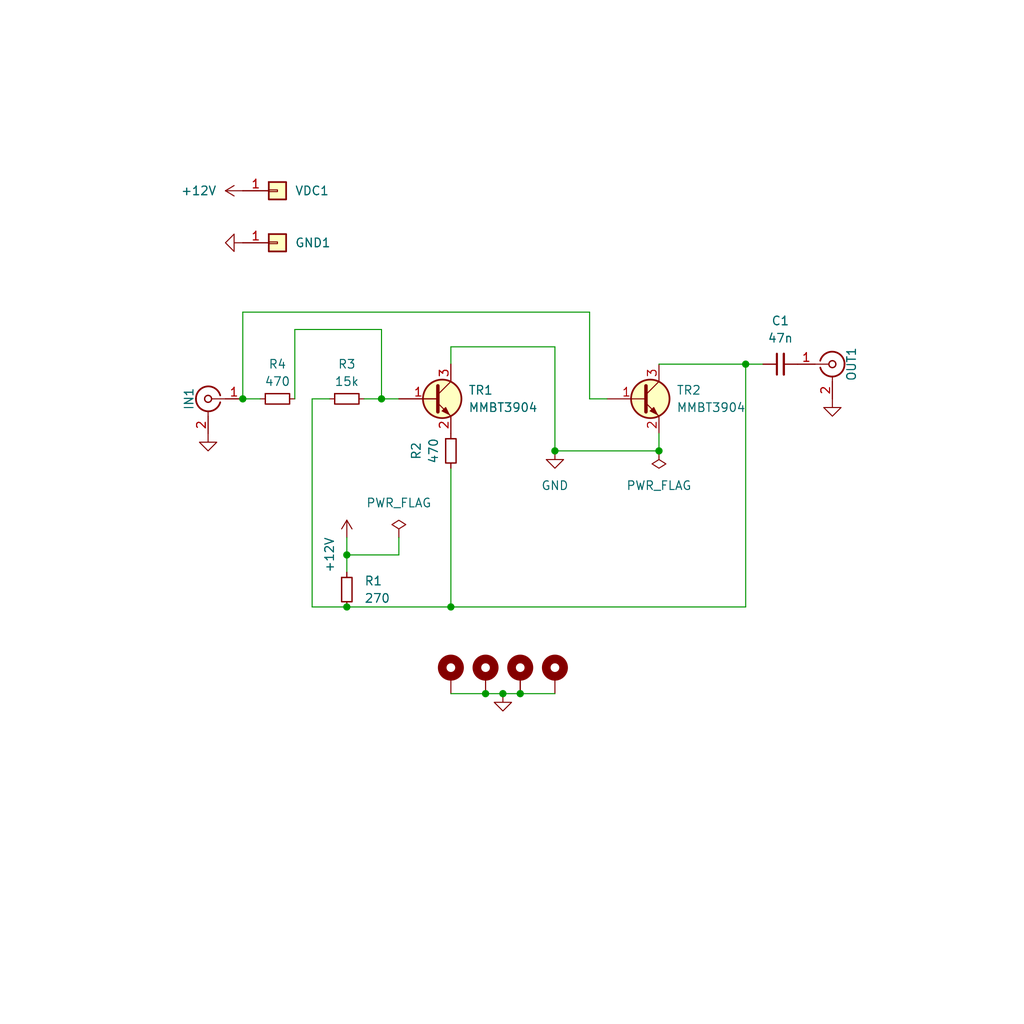
<source format=kicad_sch>
(kicad_sch (version 20230121) (generator eeschema)
  (paper "User" 150.012 150.012)
  (title_block (title "Clean 28 MHz amplified RF source") (date "2023-06-06") (company "Dhiru Kholia (VU3CER)"))
  (lib_symbols
    (symbol "Connector:Conn_Coaxial" (pin_names (offset 1.016) hide)
      (property "Reference" "J" (at 0.254 3.048 0))
      (property "Value" "Conn_Coaxial" (at 2.921 0 90))
      (symbol "Conn_Coaxial_0_1"
        (arc (start -1.778 -0.508) (mid 0.2311 -1.8066) (end 1.778 0) (stroke (width 0.254)))
        (polyline (pts (xy -2.54 0) (xy -0.508 0)))
        (polyline (pts (xy 0 -2.54) (xy 0 -1.778)))
        (circle (center 0 0) (radius 0.508) (stroke (width 0.2032)))
        (arc (start 1.778 0) (mid 0.2099 1.8101) (end -1.778 0.508) (stroke (width 0.254)))
      )
      (symbol "Conn_Coaxial_1_1"
        (pin passive line (at -5.08 0 0) (length 2.54) (name "In") (number "1"))
        (pin passive line (at 0 -5.08 90) (length 2.54) (name "Ext") (number "2"))
      )
    )
    (symbol "Connector_Generic:Conn_01x01" (pin_names (offset 1.016) hide)
      (property "Reference" "J" (at 0 2.54 0))
      (property "Value" "Conn_01x01" (at 0 -2.54 0))
      (symbol "Conn_01x01_1_1"
        (rectangle (start -1.27 0.127) (end 0 -0.127) (stroke (width 0.1524)))
        (rectangle (start -1.27 1.27) (end 1.27 -1.27) (stroke (width 0.254)) (fill (type background)))
        (pin passive line (at -5.08 0 0) (length 3.81) (name "Pin_1") (number "1"))
      )
    )
    (symbol "Device:C_Small" (pin_numbers hide) (pin_names (offset 0.254) hide)
      (property "Reference" "C" (at 0.254 1.778 0))
      (property "Value" "C_Small" (at 0.254 -2.032 0))
      (symbol "C_Small_0_1"
        (polyline (pts (xy -1.524 -0.508) (xy 1.524 -0.508)) (stroke (width 0.3302)))
        (polyline (pts (xy -1.524 0.508) (xy 1.524 0.508)) (stroke (width 0.3048)))
      )
      (symbol "C_Small_1_1"
        (pin passive line (at 0 2.54 270) (length 2.032) (name "~") (number "1"))
        (pin passive line (at 0 -2.54 90) (length 2.032) (name "~") (number "2"))
      )
    )
    (symbol "Device:R_Small" (pin_numbers hide) (pin_names (offset 0.254) hide)
      (property "Reference" "R" (at 0.762 0.508 0))
      (property "Value" "R_Small" (at 0.762 -1.016 0))
      (symbol "R_Small_0_1"
        (rectangle (start -0.762 1.778) (end 0.762 -1.778) (stroke (width 0.2032)))
      )
      (symbol "R_Small_1_1"
        (pin passive line (at 0 2.54 270) (length 0.762) (name "~") (number "1"))
        (pin passive line (at 0 -2.54 90) (length 0.762) (name "~") (number "2"))
      )
    )
    (symbol "Mechanical:MountingHole_Pad" (pin_numbers hide) (pin_names (offset 1.016) hide)
      (property "Reference" "H" (at 0 6.35 0))
      (property "Value" "MountingHole_Pad" (at 0 4.445 0))
      (symbol "MountingHole_Pad_0_1"
        (circle (center 0 1.27) (radius 1.27) (stroke (width 1.27)))
      )
      (symbol "MountingHole_Pad_1_1"
        (pin input line (at 0 -2.54 90) (length 2.54) (name "1") (number "1"))
      )
    )
    (symbol "PCM_4ms_Power-symbol:PWR_FLAG" (power) (pin_numbers hide) (pin_names (offset 0) hide)
      (property "Value" "PWR_FLAG" (at 0 3.81 0))
      (symbol "PWR_FLAG_0_0"
        (pin power_out line (at 0 0 90) (length 0) (name "pwr") (number "1"))
      )
      (symbol "PWR_FLAG_0_1"
        (polyline (pts (xy 0 0) (xy 0 1.27) (xy -1.016 1.905) (xy 0 2.54) (xy 1.016 1.905) (xy 0 1.27)))
      )
    )
    (symbol "PCM_Transistor_BJT_AKL:MMBT3904" (pin_names hide)
      (property "Reference" "Q" (at 5.08 1.27 0))
      (property "Value" "MMBT3904" (at 5.08 -1.27 0))
      (symbol "MMBT3904_0_1"
        (polyline (pts (xy 0.635 0.635) (xy 2.54 2.54)))
        (polyline (pts (xy 0.635 -0.635) (xy 2.54 -2.54) (xy 2.54 -2.54)))
        (polyline (pts (xy 0.635 1.905) (xy 0.635 -1.905) (xy 0.635 -1.905)) (stroke (width 0.508)))
        (polyline (pts (xy 1.27 -1.778) (xy 1.778 -1.27) (xy 2.286 -2.286) (xy 1.27 -1.778) (xy 1.27 -1.778)) (fill (type outline)))
        (circle (center 1.27 0) (radius 2.8194) (stroke (width 0.254)) (fill (type background)))
      )
      (symbol "MMBT3904_1_1"
        (pin input line (at -5.08 0 0) (length 5.715) (name "B") (number "1"))
        (pin passive line (at 2.54 -5.08 90) (length 2.54) (name "E") (number "2"))
        (pin passive line (at 2.54 5.08 270) (length 2.54) (name "C") (number "3"))
      )
    )
    (symbol "power:+12V" (power) (pin_names (offset 0))
      (property "Value" "+12V" (at 0 3.556 0))
      (symbol "+12V_0_1"
        (polyline (pts (xy -0.762 1.27) (xy 0 2.54)))
        (polyline (pts (xy 0 0) (xy 0 2.54)))
        (polyline (pts (xy 0 2.54) (xy 0.762 1.27)))
      )
      (symbol "+12V_1_1"
        (pin power_in line (at 0 0 90) (length 0) hide (name "+12V") (number "1"))
      )
    )
    (symbol "power:GND" (power) (pin_names (offset 0))
      (property "Value" "GND" (at 0 -3.81 0))
      (symbol "GND_0_1"
        (polyline (pts (xy 0 0) (xy 0 -1.27) (xy 1.27 -1.27) (xy 0 -2.54) (xy -1.27 -1.27) (xy 0 -1.27)))
      )
      (symbol "GND_1_1"
        (pin power_in line (at 0 0 270) (length 0) hide (name "GND") (number "1"))
      )
    )
  )
  (junction (at 55.88 58.42))
  (junction (at 96.52 66.04))
  (junction (at 35.56 58.42))
  (junction (at 81.28 66.04))
  (junction (at 76.2 101.6))
  (junction (at 66.04 88.9))
  (junction (at 50.8 81.28))
  (junction (at 73.66 101.6))
  (junction (at 50.8 88.9))
  (junction (at 109.22 53.34))
  (junction (at 71.12 101.6))
  (wire (pts (xy 96.52 53.34) (xy 109.22 53.34)))
  (wire (pts (xy 55.88 48.26) (xy 55.88 58.42)))
  (wire (pts (xy 81.28 50.8) (xy 81.28 66.04)))
  (wire (pts (xy 50.8 81.28) (xy 58.42 81.28)))
  (wire (pts (xy 109.22 53.34) (xy 109.22 88.9)))
  (wire (pts (xy 43.18 48.26) (xy 55.88 48.26)))
  (wire (pts (xy 35.56 45.72) (xy 86.36 45.72)))
  (wire (pts (xy 81.28 66.04) (xy 96.52 66.04)))
  (wire (pts (xy 71.12 101.6) (xy 73.66 101.6)))
  (wire (pts (xy 50.8 88.9) (xy 66.04 88.9)))
  (wire (pts (xy 53.34 58.42) (xy 55.88 58.42)))
  (wire (pts (xy 50.8 78.74) (xy 50.8 81.28)))
  (wire (pts (xy 43.18 58.42) (xy 43.18 48.26)))
  (wire (pts (xy 35.56 58.42) (xy 35.56 45.72)))
  (wire (pts (xy 109.22 88.9) (xy 66.04 88.9)))
  (wire (pts (xy 66.04 50.8) (xy 81.28 50.8)))
  (wire (pts (xy 35.56 58.42) (xy 38.1 58.42)))
  (wire (pts (xy 86.36 58.42) (xy 88.9 58.42)))
  (wire (pts (xy 66.04 101.6) (xy 71.12 101.6)))
  (wire (pts (xy 45.72 58.42) (xy 48.26 58.42)))
  (wire (pts (xy 50.8 81.28) (xy 50.8 83.82)))
  (wire (pts (xy 45.72 88.9) (xy 45.72 58.42)))
  (wire (pts (xy 109.22 53.34) (xy 111.76 53.34)))
  (wire (pts (xy 55.88 58.42) (xy 58.42 58.42)))
  (wire (pts (xy 76.2 101.6) (xy 81.28 101.6)))
  (wire (pts (xy 66.04 53.34) (xy 66.04 50.8)))
  (wire (pts (xy 50.8 88.9) (xy 45.72 88.9)))
  (wire (pts (xy 66.04 68.58) (xy 66.04 88.9)))
  (wire (pts (xy 96.52 63.5) (xy 96.52 66.04)))
  (wire (pts (xy 58.42 81.28) (xy 58.42 78.74)))
  (wire (pts (xy 73.66 101.6) (xy 76.2 101.6)))
  (wire (pts (xy 86.36 45.72) (xy 86.36 58.42)))
  (symbol (lib_id "power:GND") (at 35.56 35.56 270) (unit 1)
    (property "Reference" "#PWR07" (effects hide))
    (property "Value" "GND" (effects hide))
  )
  (symbol (lib_id "Mechanical:MountingHole_Pad") (at 71.12 99.06 0) (unit 1)
    (property "Reference" "H2" (effects hide))
    (property "Value" "MountingHole_Pad" (effects hide))
    (property "Footprint" "MountingHole:MountingHole_2.2mm_M2_Pad_Via" (effects hide))
  )
  (symbol (lib_id "PCM_4ms_Power-symbol:PWR_FLAG") (at 58.42 78.74 0) (unit 1)
    (property "Reference" "#FLG01" (effects hide))
    (property "Value" "PWR_FLAG" (at 58.42 73.66 0))
  )
  (symbol (lib_id "Device:R_Small") (at 40.64 58.42 90) (unit 1)
    (property "Reference" "R4" (at 40.64 53.34 90))
    (property "Value" "470" (at 40.64 55.88 90))
    (property "Footprint" "Resistor_SMD:R_1206_3216Metric_Pad1.30x1.75mm_HandSolder" (effects hide))
  )
  (symbol (lib_id "Connector:Conn_Coaxial") (at 30.48 58.42 0) (mirror y) (unit 1)
    (property "Reference" "IN1" (at 27.686 58.42 90))
    (property "Value" "SMA" (effects hide))
    (property "Footprint" "footprints:SMA_EDGELAUNCH_Modded" (effects hide))
    (property "Datasheet" " ~" (effects hide))
  )
  (symbol (lib_id "Device:R_Small") (at 50.8 58.42 90) (unit 1)
    (property "Reference" "R3" (at 50.8 53.34 90))
    (property "Value" "15k" (at 50.8 55.88 90))
    (property "Footprint" "Resistor_SMD:R_1206_3216Metric_Pad1.30x1.75mm_HandSolder" (effects hide))
  )
  (symbol (lib_id "Mechanical:MountingHole_Pad") (at 81.28 99.06 0) (unit 1)
    (property "Reference" "H4" (effects hide))
    (property "Value" "MountingHole_Pad" (effects hide))
    (property "Footprint" "MountingHole:MountingHole_2.2mm_M2_Pad_Via" (effects hide))
  )
  (symbol (lib_id "PCM_Transistor_BJT_AKL:MMBT3904") (at 93.98 58.42 0) (unit 1)
    (property "Reference" "TR2" (at 99.06 57.15 0) (effects (justify left)))
    (property "Value" "MMBT3904" (at 99.06 59.69 0) (effects (justify left)))
    (property "Footprint" "PCM_Package_TO_SOT_SMD_AKL:SOT-23_Handsoldering" (effects hide))
    (property "Datasheet" "https://www.tme.eu/Document/12bff749841e3a356e683e9a8e7e4119/2N3904BU-DTE.pdf" (effects hide))
  )
  (symbol (lib_id "power:+12V") (at 50.8 78.74 0) (unit 1)
    (property "Reference" "#PWR05" (effects hide))
    (property "Value" "+12V" (at 48.26 81.28 90))
  )
  (symbol (lib_id "Device:C_Small") (at 114.3 53.34 90) (unit 1)
    (property "Reference" "C1" (at 114.3063 46.99 90))
    (property "Value" "47n" (at 114.3063 49.53 90))
    (property "Footprint" "Capacitor_SMD:C_1206_3216Metric_Pad1.33x1.80mm_HandSolder" (effects hide))
  )
  (symbol (lib_id "Mechanical:MountingHole_Pad") (at 66.04 99.06 0) (unit 1)
    (property "Reference" "H1" (effects hide))
    (property "Value" "MountingHole_Pad" (effects hide))
    (property "Footprint" "MountingHole:MountingHole_2.2mm_M2_Pad_Via" (effects hide))
  )
  (symbol (lib_id "power:GND") (at 121.92 58.42 0) (mirror y) (unit 1)
    (property "Reference" "#PWR03" (effects hide))
    (property "Value" "GND" (effects hide))
  )
  (symbol (lib_id "PCM_4ms_Power-symbol:PWR_FLAG") (at 96.52 66.04 180) (unit 1)
    (property "Reference" "#FLG02" (effects hide))
    (property "Value" "PWR_FLAG" (at 96.52 71.12 0))
  )
  (symbol (lib_id "Mechanical:MountingHole_Pad") (at 76.2 99.06 0) (unit 1)
    (property "Reference" "H3" (effects hide))
    (property "Value" "MountingHole_Pad" (effects hide))
    (property "Footprint" "MountingHole:MountingHole_2.2mm_M2_Pad_Via" (effects hide))
  )
  (symbol (lib_id "power:+12V") (at 35.56 27.94 90) (unit 1)
    (property "Reference" "#PWR06" (effects hide))
    (property "Value" "+12V" (at 31.75 27.94 90) (effects (justify left)))
  )
  (symbol (lib_id "power:GND") (at 81.28 66.04 0) (unit 1)
    (property "Reference" "#PWR01" (effects hide))
    (property "Value" "GND" (at 81.28 71.12 0))
  )
  (symbol (lib_id "Device:R_Small") (at 66.04 66.04 180) (unit 1)
    (property "Reference" "R2" (at 60.96 66.04 90))
    (property "Value" "470" (at 63.5 66.04 90))
    (property "Footprint" "Resistor_SMD:R_1206_3216Metric_Pad1.30x1.75mm_HandSolder" (effects hide))
  )
  (symbol (lib_id "Device:R_Small") (at 50.8 86.36 0) (unit 1)
    (property "Reference" "R1" (at 53.34 85.09 0) (effects (justify left)))
    (property "Value" "270" (at 53.34 87.63 0) (effects (justify left)))
    (property "Footprint" "Resistor_SMD:R_1206_3216Metric_Pad1.30x1.75mm_HandSolder" (effects hide))
  )
  (symbol (lib_id "power:GND") (at 30.48 63.5 0) (unit 1)
    (property "Reference" "#PWR02" (effects hide))
    (property "Value" "GND" (effects hide))
  )
  (symbol (lib_id "Connector_Generic:Conn_01x01") (at 40.64 27.94 0) (unit 1)
    (property "Reference" "VDC1" (at 43.18 27.94 0) (effects (justify left)))
    (property "Value" "Conn_01x01" (effects hide))
    (property "Footprint" "TestPoint:TestPoint_Pad_2.5x2.5mm" (effects hide))
  )
  (symbol (lib_id "power:GND") (at 73.66 101.6 0) (unit 1)
    (property "Reference" "#PWR016" (effects hide))
    (property "Value" "GND" (effects hide))
  )
  (symbol (lib_id "Connector_Generic:Conn_01x01") (at 40.64 35.56 0) (unit 1)
    (property "Reference" "GND1" (at 43.18 35.56 0) (effects (justify left)))
    (property "Value" "Conn_01x01" (effects hide))
    (property "Footprint" "TestPoint:TestPoint_Pad_2.5x2.5mm" (effects hide))
  )
  (symbol (lib_id "Connector:Conn_Coaxial") (at 121.92 53.34 0) (unit 1)
    (property "Reference" "OUT1" (at 124.714 53.34 90))
    (property "Value" "SMA" (effects hide))
    (property "Footprint" "footprints:SMA_EDGELAUNCH_Modded" (effects hide))
    (property "Datasheet" " ~" (effects hide))
  )
  (symbol (lib_id "PCM_Transistor_BJT_AKL:MMBT3904") (at 63.5 58.42 0) (unit 1)
    (property "Reference" "TR1" (at 68.58 57.15 0) (effects (justify left)))
    (property "Value" "MMBT3904" (at 68.58 59.69 0) (effects (justify left)))
    (property "Footprint" "PCM_Package_TO_SOT_SMD_AKL:SOT-23_Handsoldering" (effects hide))
    (property "Datasheet" "https://www.tme.eu/Document/12bff749841e3a356e683e9a8e7e4119/2N3904BU-DTE.pdf" (effects hide))
  )
)
</source>
